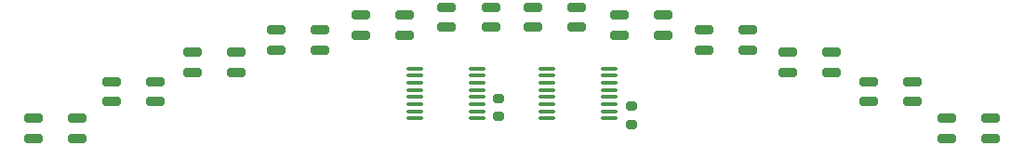
<source format=gbp>
%TF.GenerationSoftware,KiCad,Pcbnew,(6.0.6)*%
%TF.CreationDate,2022-07-17T20:06:38+03:00*%
%TF.ProjectId,Sensor,53656e73-6f72-42e6-9b69-6361645f7063,rev?*%
%TF.SameCoordinates,Original*%
%TF.FileFunction,Paste,Bot*%
%TF.FilePolarity,Positive*%
%FSLAX46Y46*%
G04 Gerber Fmt 4.6, Leading zero omitted, Abs format (unit mm)*
G04 Created by KiCad (PCBNEW (6.0.6)) date 2022-07-17 20:06:38*
%MOMM*%
%LPD*%
G01*
G04 APERTURE LIST*
G04 Aperture macros list*
%AMRoundRect*
0 Rectangle with rounded corners*
0 $1 Rounding radius*
0 $2 $3 $4 $5 $6 $7 $8 $9 X,Y pos of 4 corners*
0 Add a 4 corners polygon primitive as box body*
4,1,4,$2,$3,$4,$5,$6,$7,$8,$9,$2,$3,0*
0 Add four circle primitives for the rounded corners*
1,1,$1+$1,$2,$3*
1,1,$1+$1,$4,$5*
1,1,$1+$1,$6,$7*
1,1,$1+$1,$8,$9*
0 Add four rect primitives between the rounded corners*
20,1,$1+$1,$2,$3,$4,$5,0*
20,1,$1+$1,$4,$5,$6,$7,0*
20,1,$1+$1,$6,$7,$8,$9,0*
20,1,$1+$1,$8,$9,$2,$3,0*%
G04 Aperture macros list end*
%ADD10RoundRect,0.197500X-0.632500X0.197500X-0.632500X-0.197500X0.632500X-0.197500X0.632500X0.197500X0*%
%ADD11RoundRect,0.200000X0.275000X-0.200000X0.275000X0.200000X-0.275000X0.200000X-0.275000X-0.200000X0*%
%ADD12RoundRect,0.100000X0.637500X0.100000X-0.637500X0.100000X-0.637500X-0.100000X0.637500X-0.100000X0*%
G04 APERTURE END LIST*
D10*
X126442625Y-109269025D03*
X130442625Y-109269025D03*
X130442625Y-111069025D03*
X126442625Y-111069025D03*
X133558491Y-105950842D03*
X137558491Y-105950842D03*
X137558491Y-107750842D03*
X133558491Y-107750842D03*
X140936478Y-103265474D03*
X144936478Y-103265474D03*
X144936478Y-105065474D03*
X140936478Y-105065474D03*
X148520435Y-101233359D03*
X152520435Y-101233359D03*
X152520435Y-103033359D03*
X148520435Y-103033359D03*
X156252643Y-99869962D03*
X160252643Y-99869962D03*
X160252643Y-101669962D03*
X156252643Y-101669962D03*
X164074255Y-99185660D03*
X168074255Y-99185660D03*
X168074255Y-100985660D03*
X164074255Y-100985660D03*
X187479565Y-101233359D03*
X191479565Y-101233359D03*
X191479565Y-103033359D03*
X187479565Y-103033359D03*
X195063522Y-103265474D03*
X199063522Y-103265474D03*
X199063522Y-105065474D03*
X195063522Y-105065474D03*
X202441509Y-105950842D03*
X206441509Y-105950842D03*
X206441509Y-107750842D03*
X202441509Y-107750842D03*
X209557375Y-109269025D03*
X213557375Y-109269025D03*
X213557375Y-111069025D03*
X209557375Y-111069025D03*
X171925745Y-99185660D03*
X175925745Y-99185660D03*
X175925745Y-100985660D03*
X171925745Y-100985660D03*
X179747357Y-99869962D03*
X183747357Y-99869962D03*
X183747357Y-101669962D03*
X179747357Y-101669962D03*
D11*
X180900000Y-109825000D03*
X180900000Y-108175000D03*
D12*
X166862500Y-104725000D03*
X166862500Y-105375000D03*
X166862500Y-106025000D03*
X166862500Y-106675000D03*
X166862500Y-107325000D03*
X166862500Y-107975000D03*
X166862500Y-108625000D03*
X166862500Y-109275000D03*
X161137500Y-109275000D03*
X161137500Y-108625000D03*
X161137500Y-107975000D03*
X161137500Y-107325000D03*
X161137500Y-106675000D03*
X161137500Y-106025000D03*
X161137500Y-105375000D03*
X161137500Y-104725000D03*
X178862500Y-104725000D03*
X178862500Y-105375000D03*
X178862500Y-106025000D03*
X178862500Y-106675000D03*
X178862500Y-107325000D03*
X178862500Y-107975000D03*
X178862500Y-108625000D03*
X178862500Y-109275000D03*
X173137500Y-109275000D03*
X173137500Y-108625000D03*
X173137500Y-107975000D03*
X173137500Y-107325000D03*
X173137500Y-106675000D03*
X173137500Y-106025000D03*
X173137500Y-105375000D03*
X173137500Y-104725000D03*
D11*
X168770000Y-109075000D03*
X168770000Y-107425000D03*
M02*

</source>
